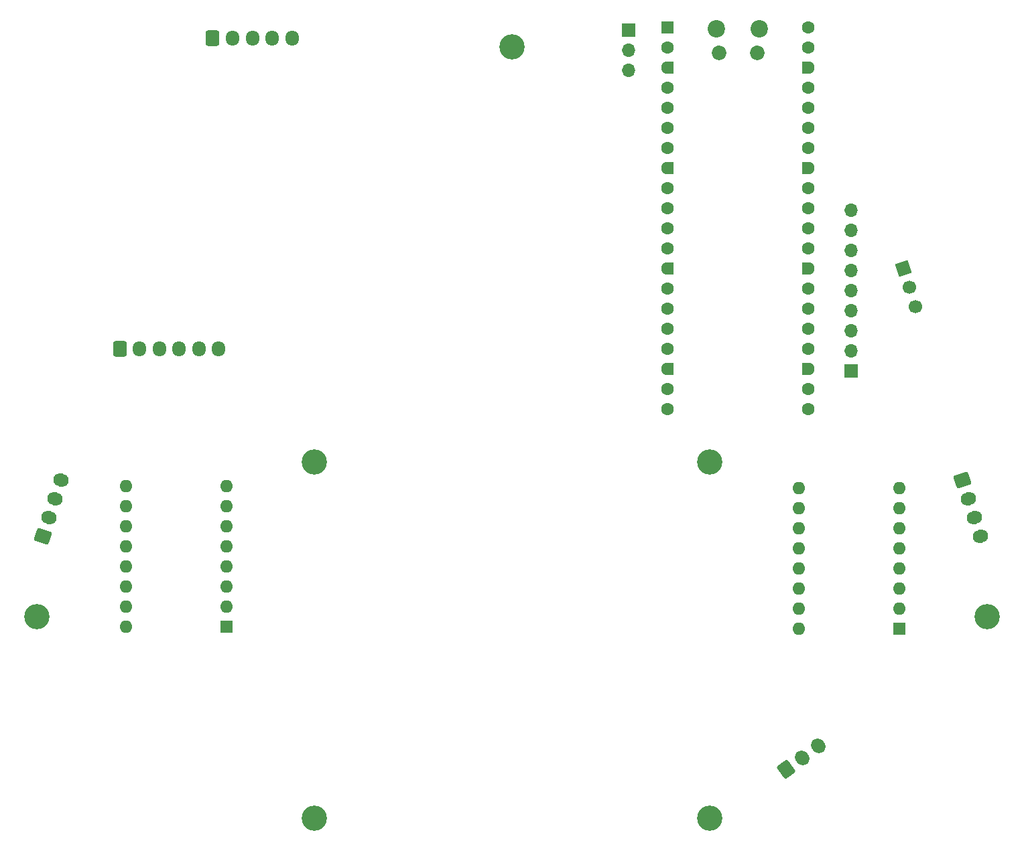
<source format=gbs>
G04 #@! TF.GenerationSoftware,KiCad,Pcbnew,8.0.5*
G04 #@! TF.CreationDate,2024-10-05T13:16:41+02:00*
G04 #@! TF.ProjectId,valiant-turtle-2,76616c69-616e-4742-9d74-7572746c652d,rev?*
G04 #@! TF.SameCoordinates,Original*
G04 #@! TF.FileFunction,Soldermask,Bot*
G04 #@! TF.FilePolarity,Negative*
%FSLAX46Y46*%
G04 Gerber Fmt 4.6, Leading zero omitted, Abs format (unit mm)*
G04 Created by KiCad (PCBNEW 8.0.5) date 2024-10-05 13:16:41*
%MOMM*%
%LPD*%
G01*
G04 APERTURE LIST*
G04 Aperture macros list*
%AMRoundRect*
0 Rectangle with rounded corners*
0 $1 Rounding radius*
0 $2 $3 $4 $5 $6 $7 $8 $9 X,Y pos of 4 corners*
0 Add a 4 corners polygon primitive as box body*
4,1,4,$2,$3,$4,$5,$6,$7,$8,$9,$2,$3,0*
0 Add four circle primitives for the rounded corners*
1,1,$1+$1,$2,$3*
1,1,$1+$1,$4,$5*
1,1,$1+$1,$6,$7*
1,1,$1+$1,$8,$9*
0 Add four rect primitives between the rounded corners*
20,1,$1+$1,$2,$3,$4,$5,0*
20,1,$1+$1,$4,$5,$6,$7,0*
20,1,$1+$1,$6,$7,$8,$9,0*
20,1,$1+$1,$8,$9,$2,$3,0*%
%AMHorizOval*
0 Thick line with rounded ends*
0 $1 width*
0 $2 $3 position (X,Y) of the first rounded end (center of the circle)*
0 $4 $5 position (X,Y) of the second rounded end (center of the circle)*
0 Add line between two ends*
20,1,$1,$2,$3,$4,$5,0*
0 Add two circle primitives to create the rounded ends*
1,1,$1,$2,$3*
1,1,$1,$4,$5*%
%AMRotRect*
0 Rectangle, with rotation*
0 The origin of the aperture is its center*
0 $1 length*
0 $2 width*
0 $3 Rotation angle, in degrees counterclockwise*
0 Add horizontal line*
21,1,$1,$2,0,0,$3*%
%AMFreePoly0*
4,1,28,0.605014,0.794986,0.644504,0.794986,0.724698,0.756366,0.780194,0.686777,0.800000,0.600000,0.800000,-0.600000,0.780194,-0.686777,0.724698,-0.756366,0.644504,-0.794986,0.605014,-0.794986,0.600000,-0.800000,0.000000,-0.800000,-0.178017,-0.779942,-0.347107,-0.720775,-0.498792,-0.625465,-0.625465,-0.498792,-0.720775,-0.347107,-0.779942,-0.178017,-0.800000,0.000000,-0.779942,0.178017,
-0.720775,0.347107,-0.625465,0.498792,-0.498792,0.625465,-0.347107,0.720775,-0.178017,0.779942,0.000000,0.800000,0.600000,0.800000,0.605014,0.794986,0.605014,0.794986,$1*%
%AMFreePoly1*
4,1,28,0.178017,0.779942,0.347107,0.720775,0.498792,0.625465,0.625465,0.498792,0.720775,0.347107,0.779942,0.178017,0.800000,0.000000,0.779942,-0.178017,0.720775,-0.347107,0.625465,-0.498792,0.498792,-0.625465,0.347107,-0.720775,0.178017,-0.779942,0.000000,-0.800000,-0.600000,-0.800000,-0.605014,-0.794986,-0.644504,-0.794986,-0.724698,-0.756366,-0.780194,-0.686777,-0.800000,-0.600000,
-0.800000,0.600000,-0.780194,0.686777,-0.724698,0.756366,-0.644504,0.794986,-0.605014,0.794986,-0.600000,0.800000,0.000000,0.800000,0.178017,0.779942,0.178017,0.779942,$1*%
G04 Aperture macros list end*
%ADD10C,3.200000*%
%ADD11RoundRect,0.250000X-0.059266X-0.939208X0.911555X-0.233866X0.059266X0.939208X-0.911555X0.233866X0*%
%ADD12HorizOval,1.700000X-0.073473X0.101127X0.073473X-0.101127X0*%
%ADD13R,1.700000X1.700000*%
%ADD14O,1.700000X1.700000*%
%ADD15R,1.600000X1.600000*%
%ADD16O,1.600000X1.600000*%
%ADD17RotRect,1.700000X1.700000X18.000000*%
%ADD18HorizOval,1.700000X0.000000X0.000000X0.000000X0.000000X0*%
%ADD19RoundRect,0.250000X-0.600000X-0.725000X0.600000X-0.725000X0.600000X0.725000X-0.600000X0.725000X0*%
%ADD20O,1.700000X1.950000*%
%ADD21RoundRect,0.250000X0.504106X-0.794671X0.874926X0.346597X-0.504106X0.794671X-0.874926X-0.346597X0*%
%ADD22HorizOval,1.700000X-0.118882X0.038627X0.118882X-0.038627X0*%
%ADD23C,2.200000*%
%ADD24C,1.850000*%
%ADD25RoundRect,0.200000X-0.600000X-0.600000X0.600000X-0.600000X0.600000X0.600000X-0.600000X0.600000X0*%
%ADD26C,1.600000*%
%ADD27FreePoly0,0.000000*%
%ADD28FreePoly1,0.000000*%
%ADD29RoundRect,0.250000X-0.874926X0.346597X-0.504106X-0.794671X0.874926X-0.346597X0.504106X0.794671X0*%
%ADD30HorizOval,1.700000X-0.118882X-0.038627X0.118882X0.038627X0*%
G04 APERTURE END LIST*
D10*
X100060000Y-105360000D03*
X150060000Y-105350000D03*
D11*
X159704915Y-144188926D03*
D12*
X161727457Y-142719463D03*
X163750000Y-141250000D03*
D13*
X167860000Y-93820000D03*
D14*
X167860000Y-91280000D03*
X167860000Y-88740000D03*
X167860000Y-86200000D03*
X167860000Y-83660000D03*
X167860000Y-81120000D03*
X167860000Y-78580000D03*
X167860000Y-76040000D03*
X167860000Y-73500000D03*
D15*
X174000000Y-126450000D03*
D16*
X174000000Y-123910000D03*
X174000000Y-121370000D03*
X174000000Y-118830000D03*
X174000000Y-116290000D03*
X174000000Y-113750000D03*
X174000000Y-111210000D03*
X174000000Y-108670000D03*
X161300000Y-108670000D03*
X161300000Y-111210000D03*
X161300000Y-113750000D03*
X161300000Y-116290000D03*
X161300000Y-118830000D03*
X161300000Y-121370000D03*
X161300000Y-123910000D03*
X161300000Y-126450000D03*
D10*
X185060000Y-124860000D03*
D15*
X88962500Y-126140000D03*
D16*
X88962500Y-123600000D03*
X88962500Y-121060000D03*
X88962500Y-118520000D03*
X88962500Y-115980000D03*
X88962500Y-113440000D03*
X88962500Y-110900000D03*
X88962500Y-108360000D03*
X76262500Y-108360000D03*
X76262500Y-110900000D03*
X76262500Y-113440000D03*
X76262500Y-115980000D03*
X76262500Y-118520000D03*
X76262500Y-121060000D03*
X76262500Y-123600000D03*
X76262500Y-126140000D03*
D13*
X139750000Y-50725000D03*
D14*
X139750000Y-53265000D03*
X139750000Y-55805000D03*
D17*
X174469732Y-80848582D03*
D18*
X175254635Y-83264266D03*
X176039538Y-85679949D03*
D19*
X87250000Y-51750000D03*
D20*
X89750000Y-51750000D03*
X92250000Y-51750000D03*
X94750000Y-51750000D03*
X97250000Y-51750000D03*
D10*
X100060000Y-150360000D03*
X125050000Y-52850000D03*
X65050000Y-124860000D03*
D21*
X65750000Y-114750000D03*
D22*
X66522542Y-112372359D03*
X67295085Y-109994717D03*
X68067627Y-107617076D03*
D10*
X150070000Y-150360000D03*
D19*
X75500000Y-91000000D03*
D20*
X78000000Y-91000000D03*
X80500000Y-91000000D03*
X83000000Y-91000000D03*
X85500000Y-91000000D03*
X88000000Y-91000000D03*
D23*
X150885000Y-50537500D03*
D24*
X151185000Y-53567500D03*
X156035000Y-53567500D03*
D23*
X156335000Y-50537500D03*
D25*
X144720000Y-50407500D03*
D26*
X144720000Y-52947500D03*
D27*
X144720000Y-55487500D03*
D26*
X144720000Y-58027500D03*
X144720000Y-60567500D03*
X144720000Y-63107500D03*
X144720000Y-65647500D03*
D27*
X144720000Y-68187500D03*
D26*
X144720000Y-70727500D03*
X144720000Y-73267500D03*
X144720000Y-75807500D03*
X144720000Y-78347500D03*
D27*
X144720000Y-80887500D03*
D26*
X144720000Y-83427500D03*
X144720000Y-85967500D03*
X144720000Y-88507500D03*
X144720000Y-91047500D03*
D27*
X144720000Y-93587500D03*
D26*
X144720000Y-96127500D03*
X144720000Y-98667500D03*
X162500000Y-98667500D03*
X162500000Y-96127500D03*
D28*
X162500000Y-93587500D03*
D26*
X162500000Y-91047500D03*
X162500000Y-88507500D03*
X162500000Y-85967500D03*
X162500000Y-83427500D03*
D28*
X162500000Y-80887500D03*
D26*
X162500000Y-78347500D03*
X162500000Y-75807500D03*
X162500000Y-73267500D03*
X162500000Y-70727500D03*
D28*
X162500000Y-68187500D03*
D26*
X162500000Y-65647500D03*
X162500000Y-63107500D03*
X162500000Y-60567500D03*
X162500000Y-58027500D03*
D28*
X162500000Y-55487500D03*
D26*
X162500000Y-52947500D03*
X162500000Y-50407500D03*
D29*
X181932373Y-107617077D03*
D30*
X182704915Y-109994718D03*
X183477458Y-112372360D03*
X184250000Y-114750001D03*
M02*

</source>
